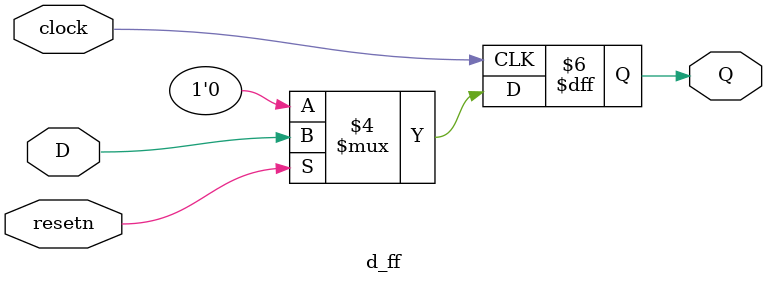
<source format=v>


module FSM(SW,KEY,LEDR);
	//initialization of inputs, outputs, and variables
	input [1:0] SW;
	input [0:0] KEY;
	output [9:0]LEDR;
	
	wire clock, w, resetn;
	wire z;
	wire [8:0] Y; 
	wire [8:0] y;
	
	//assigning variables 
	assign clock=KEY[0];
	assign w=SW[1];
	assign resent=SW[0];
	
	//implementing logic function that was determined by state tables
	assign Y[0]=(~w)&(y[0]); 
	assign Y[1]=(~w)&(y[0]|y[5]|y[6]|y[7]|y[8]);
	assign Y[2]=(~w)&(y[1]);
	assign Y[3]=(~w)&(y[2]);
	assign Y[4]=(~w)&(y[3]|y[4]);
	assign Y[5]=(w)&(y[0]|y[2]|y[3]|y[4]|y[1]);
	assign Y[6]=(w)&(y[5]);
	assign Y[7]=(w)&(y[6]);
	assign Y[8]=(w)&(y[7]|y[8]);
	
	//initializing the D flip flops used for the states of the FSM
	d_ff U0 (Y[0], clock, y[0], resetn);
	d_ff U1 (Y[1], clock, y[1], resetn);
	d_ff U2 (Y[2], clock, y[2], resetn);
	d_ff U3 (Y[3], clock, y[3], resetn);
	d_ff U4 (Y[4], clock, y[4], resetn);
	d_ff U5 (Y[5], clock, y[5], resetn);
	d_ff U6 (Y[6], clock, y[6], resetn);
	d_ff U7 (Y[7], clock, y[7], resetn);
	d_ff U8 (Y[8], clock, y[8], resetn);
	
	assign z=(y[4])&(y[8]);
	
	//assigning outputs (state of flip flops & output z) onto LEDRs
	assign LEDR[9]=z;
	assign LEDR[8:0]=Y[8:0];
endmodule
	
//D flip flop module with active-low synchronous reset
module d_ff(D, clock, Q, resetn);
	input D, clock, resetn;
	output reg Q;
	always @(posedge clock)
	begin
		//check if it is a reset case
		if (resetn==1'b0)
		begin
			Q<=1'b0;
		end
		//otherwise, the data is passed onto the D flip flop
		else
		begin
			Q<=D;
			//Qb<=~D;
		end
	end
endmodule

</source>
